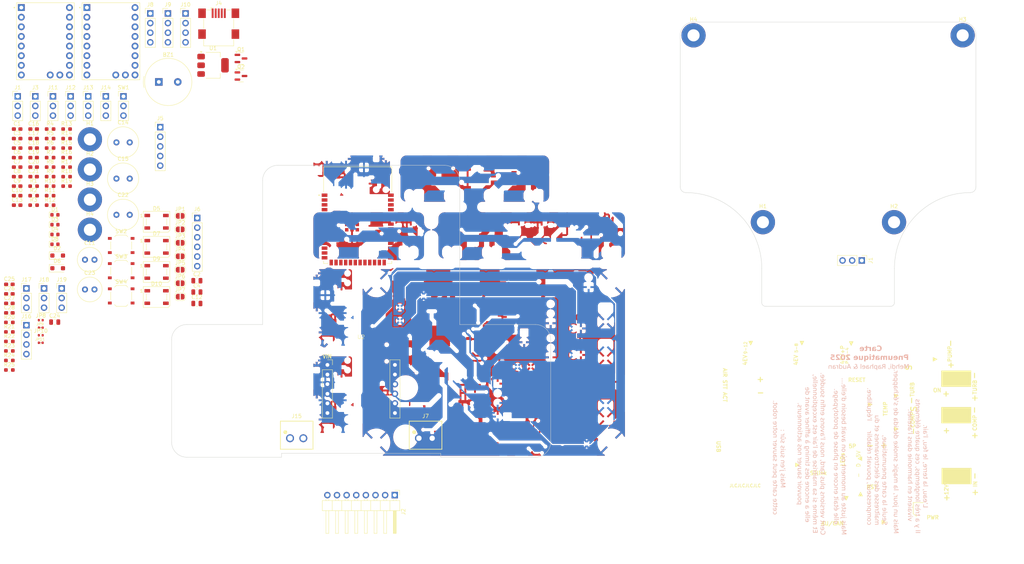
<source format=kicad_pcb>
(kicad_pcb (version 20240108) (generator "pcbnew") (generator_version "8.0")
  (title_block (comment 4 "AISLER Project ID: OVSTNYCK"))
  (layers (0 "F.Cu" signal "Front") (31 "B.Cu" signal "Back") (34 "B.Paste" user) (35 "F.Paste" user) (36 "B.SilkS" user "B.Silkscreen") (37 "F.SilkS" user "F.Silkscreen") (38 "B.Mask" user) (39 "F.Mask" user) (44 "Edge.Cuts" user))
  (property "ADDRESS1" "Electrolab")
  (property "ADDRESS2" "52 rue Paul Lescop")
  (property "ADDRESS3" "92000 Nanterre")
  (property "AUTHOR" "Audran")
  (property "CONFIGURATIONPARAMETERS" "")
  (property "CONFIGURATORNAME" "")
  (property "DOCUMENTNUMBER" "2")
  (property "ISUSERCONFIGURABLE" "")
  (property "PROJECTNAME" "Cartes_2017")
  (property "SHEETTOTAL" "3")
  (property "SPICEMODELCACHE" "")
  (property "VERSIONCONTROL_PROJFOLDERREVNUMBER" "")
  (property "VERSIONCONTROL_REVNUMBER" "")
  (net 0 "")
  (net 1 "GND")
  (net 2 "+5P")
  (net 3 "Net-(BZ1--)")
  (net 4 "+3.3V")
  (net 5 "+5L")
  (net 6 "/TIRETTE")
  (net 7 "Net-(D2-A)")
  (net 8 "/BOOT0")
  (net 9 "/5V_USB")
  (net 10 "/ESP32_EN")
  (net 11 "/COLORSIDE")
  (net 12 "VBATT_12V")
  (net 13 "Net-(D1-K)")
  (net 14 "Net-(D3-K)")
  (net 15 "Net-(D4-A)")
  (net 16 "/WS_2")
  (net 17 "/WS_1")
  (net 18 "/WS_3")
  (net 19 "Net-(D8-A)")
  (net 20 "/WS_4")
  (net 22 "/EN_5L")
  (net 23 "/CaptTOR_1")
  (net 24 "/ALIM_EN_5L")
  (net 25 "/CaptTOR_2")
  (net 26 "/USB_P")
  (net 28 "/USB_N")
  (net 30 "/TXD0")
  (net 31 "/RXD0")
  (net 32 "/SCL")
  (net 33 "/SDA")
  (net 34 "Net-(J9-Pin_2)")
  (net 35 "Net-(J9-Pin_3)")
  (net 36 "Net-(J9-Pin_4)")
  (net 37 "Net-(J9-Pin_1)")
  (net 38 "Net-(J10-Pin_1)")
  (net 39 "Net-(J10-Pin_3)")
  (net 40 "Net-(J10-Pin_2)")
  (net 41 "Net-(J10-Pin_4)")
  (net 42 "/SERVO1")
  (net 43 "/SERVO2")
  (net 44 "/SERVO3")
  (net 45 "/SERVO4")
  (net 46 "Net-(JP2-A)")
  (net 47 "Net-(JP3-A)")
  (net 48 "Net-(JP4-A)")
  (net 49 "Net-(JP5-A)")
  (net 50 "/ID1")
  (net 51 "/ID2")
  (net 52 "Net-(Q1-G)")
  (net 53 "/BUZZER")
  (net 54 "Net-(R2-Pad1)")
  (net 55 "Net-(R6-Pad1)")
  (net 56 "/RGBLED")
  (net 57 "/LED_GREEN")
  (net 58 "/LED_RED")
  (net 65 "/M2_STEP")
  (net 66 "/M1_STEP")
  (net 68 "/M2_DIAG")
  (net 69 "/M2_DIR")
  (net 70 "/M1_DIR")
  (net 71 "/M_EN")
  (net 77 "/M1_DIAG")
  (net 86 "/PWM_LIDAR")
  (net 87 "/uSW1")
  (net 88 "/uSW2")
  (net 89 "/uSW3")
  (net 90 "/TX_LIDAR")
  (net 91 "/M2_DIAG{slash}uSW2")
  (net 92 "/M1_DIAG{slash}uSW1")
  (footprint "Connector_PinHeader_2.54mm:PinHeader_1x06_P2.54mm_Vertical" (layer "F.Cu") (at 66.77 71.9)
    (property "Reference" "J6")
    (property "Value" "Conn_01x06")
  )
  (footprint "MountingHole:MountingHole_3.2mm_M3_Pad" (layer "F.Cu") (at 38.45 75)
    (property "Reference" "H4")
    (property "Value" "MountingHole_Pad")
  )
  (footprint "Capacitor_THT:C_Radial_D8.0mm_H11.5mm_P3.50mm" (layer "F.Cu") (at 45.45 71.05)
    (property "Reference" "C22")
    (property "Value" "220uF")
  )
  (footprint "Jumper:SolderJumper-2_P1.3mm_Open_RoundedPad1.0x1.5mm" (layer "F.Cu") (at 62.27 92.65)
    (property "Reference" "JP7")
    (property "Value" "ID2")
  )
  (footprint "ConnectorsEvo:USB_Mini-B_Wuerth_65100516121_Horizontal" (layer "F.Cu") (at 72.43 20.48)
    (property "Reference" "J4")
    (property "Value" "65100516121")
  )
  (footprint "Capacitor_SMD:C_0603_1608Metric_Pad1.08x0.95mm_HandSolder" (layer "F.Cu") (at 17.2 89.405)
    (property "Reference" "C25")
    (property "Value" "100nF")
  )
  (footprint "Connector_PinHeader_2.54mm:PinHeader_1x05_P2.54mm_Vertical" (layer "F.Cu") (at 57 47.925)
    (property "Reference" "J5")
    (property "Value" "Conn_01x05")
  )
  (footprint "Carte_Mere_PAMI_2025:TMC2226_SHIELD" (layer "F.Cu") (at 26.705 25.27)
    (property "Reference" "U4" (hide yes))
    (property "Value" "TMC2226" (hide yes))
  )
  (footprint "Capacitor_SMD:C_0603_1608Metric_Pad1.08x0.95mm_HandSolder" (layer "F.Cu") (at 23.6 55.96)
    (property "Reference" "C19")
    (property "Value" "100nF")
  )
  (footprint "Resistor_SMD:R_0603_1608Metric_Pad0.98x0.95mm_HandSolder" (layer "F.Cu") (at 32.3 60.98)
    (property "Reference" "R18")
    (property "Value" "1K")
  )
  (footprint "Capacitor_SMD:C_0805_2012Metric" (layer "F.Cu") (at 66.67 88.43)
    (property "Reference" "C2")
    (property "Value" "10uF")
  )
  (footprint "Resistor_SMD:R_0603_1608Metric_Pad0.98x0.95mm_HandSolder" (layer "F.Cu") (at 17.2 111.995)
    (property "Reference" "R25")
    (property "Value" "10K")
  )
  (footprint "LED_SMD:LED_WS2812B_PLCC4_5.0x5.0mm_P3.2mm" (layer "F.Cu") (at 56.035 79.505)
    (property "Reference" "D7")
    (property "Value" "WS2812B")
  )
  (footprint "Resistor_SMD:R_0603_1608Metric_Pad0.98x0.95mm_HandSolder" (layer "F.Cu") (at 17.2 99.445)
    (property "Reference" "R20")
    (property "Value" "10K")
  )
  (footprint "Button_Switch_SMD:SW_Push_1P1T_XKB_TS-1187A" (layer "F.Cu") (at 46.7 92.45)
    (property "Reference" "SW4")
    (property "Value" "SW_Push")
  )
  (footprint "Resistor_SMD:R_0603_1608Metric_Pad0.98x0.95mm_HandSolder" (layer "F.Cu") (at 27.95 68.51)
    (property "Reference" "R12")
    (property "Value" "10K")
  )
  (footprint "Capacitor_SMD:C_0603_1608Metric_Pad1.08x0.95mm_HandSolder" (layer "F.Cu") (at 17.2 96.935)
    (property "Reference" "C28")
    (property "Value" "100nF")
  )
  (footprint "Resistor_SMD:R_0603_1608Metric_Pad0.98x0.95mm_HandSolder" (layer "F.Cu") (at 27.95 63.49)
    (property "Reference" "R10")
    (property "Value" "10K")
  )
  (footprint "Connector_PinHeader_2.54mm:PinHeader_1x03_P2.54mm_Vertical" (layer "F.Cu") (at 31 90.475)
    (property "Reference" "J19")
    (property "Value" "Conn_01x02")
  )
  (footprint "Capacitor_SMD:C_0805_2012Metric" (layer "F.Cu") (at 29.16 99.355)
    (property "Reference" "C24")
    (property "Value" "10uF")
  )
  (footprint "Resistor_SMD:R_0603_1608Metric_Pad0.98x0.95mm_HandSolder" (layer "F.Cu") (at 27.95 60.98)
    (property "Reference" "R9")
    (property "Value" "1K")
  )
  (footprint "Resistor_SMD:R_0603_1608Metric_Pad0.98x0.95mm_HandSolder" (layer "F.Cu") (at 17.2 106.975)
    (property "Reference" "R23")
    (property "Value" "10K")
  )
  (footprint "Resistor_SMD:R_0603_1608Metric_Pad0.98x0.95mm_HandSolder" (layer "F.Cu") (at 23.6 66)
    (property "Reference" "R2")
    (property "Value" "10K")
  )
  (footprint "Connector_PinHeader_2.54mm:PinHeader_1x03_P2.54mm_Vertical" (layer "F.Cu") (at 38 39.8)
    (property "Reference" "J13")
    (property "Value" "Conn_01x03")
  )
  (footprint "Connector_PinHeader_2.54mm:PinHeader_1x03_P2.54mm_Vertical" (layer "F.Cu") (at 28.7 39.8)
    (property "Reference" "J11")
    (property "Value" "Conn_01x03")
  )
  (footprint "Jumper:SolderJumper-2_P1.3mm_Open_RoundedPad1.0x1.5mm" (layer "F.Cu") (at 62.27 89.1)
    (property "Reference" "JP6")
    (property "Value" "ID1")
  )
  (footprint "Carte_Mere_PAMI_2025:TMC2226_SHIELD" (layer "F.Cu") (at 44 25.27)
    (property "Reference" "U5" (hide yes))
    (property "Value" "TMC2226" (hide yes))
  )
  (footprint "Resistor_SMD:R_0603_1608Metric_Pad0.98x0.95mm_HandSolder" (layer "F.Cu") (at 32.3 53.45)
    (property "Reference" "R15")
    (property "Value" "68")
  )
  (footprint "Resistor_SMD:R_0603_1608Metric_Pad0.98x0.95mm_HandSolder" (layer "F.Cu") (at 17.2 101.955)
    (property "Reference" "R21")
    (property "Value" "10K")
  )
  (footprint "Capacitor_SMD:C_0603_1608Metric_Pad1.08x0.95mm_HandSolder" (layer "F.Cu") (at 19.25 55.96)
    (property "Reference" "C6")
    (property "Value" "100nF")
  )
  (footprint "Diode_SMD:D_SOD-123F" (layer "F.Cu") (at 29.945 85.15)
    (property "Reference" "D6")
    (property "Value" "1N4148W")
  )
  (footprint "MountingHole:MountingHole_3.2mm_M3_Pad" (layer "F.Cu") (at 38.45 59.1)
    (property "Reference" "H2")
    (property "Value" "MountingHole_Pad")
  )
  (footprint "Resistor_SMD:R_0603_1608Metric_Pad0.98x0.95mm_HandSolder" (layer "F.Cu") (at 32.3 50.94)
    (property "Reference" "R14")
    (property "Value" "10K")
  )
  (footprint "Capacitor_SMD:C_0805_2012Metric" (layer "F.Cu") (at 66.67 94.45)
    (property "Reference" "C12")
    (property "Value" "10uF")
  )
  (footprint "Package_TO_SOT_SMD:SOT-223-3_TabPin2" (layer "F.Cu") (at 70.93 31.605)
    (property "Reference" "U1")
    (property "Value" "AMS1117-3.3")
  )
  (footprint "Carte_Mere_PAMI_2025:R_0402_1005Metric_jumperClosed" (layer "F.Cu") (at 25.48 100.835)
    (property "Reference" "JP9")
    (property "Value" "SolderJumper_2_Bridged")
  )
  (footprint "Capacitor_SMD:C_0603_1608Metric_Pad1.08x0.95mm_HandSolder" (layer "F.Cu") (at 19.25 53.45)
    (property "Reference" "C5")
    (property "Value" "100nF")
  )
  (footprint "Capacitor_THT:C_Radial_D6.3mm_H11.0mm_P2.50mm" (layer "F.Cu") (at 37.15 82.9)
    (property "Reference" "C11")
    (property "Value" "220uF")
  )
  (footprint "Capacitor_SMD:C_0603_1608Metric_Pad1.08x0.95mm_HandSolder" (layer "F.Cu") (at 23.6 58.47)
    (property "Reference" "C20")
    (property "Value" "100nF")
  )
  (footprint "Resistor_SMD:R_0603_1608Metric_Pad0.98x0.95mm_HandSolder" (layer "F.Cu") (at 23.6 63.49)
    (property "Reference" "R1")
    (property "Value" "1K")
  )
  (footprint "Capacitor_SMD:C_0603_1608Metric_Pad1.08x0.95mm_HandSolder" (layer "F.Cu") (at 19.25 50.94)
    (property "Reference" "C3")
    (property "Value" "100nF")
  )
  (footprint "Jumper:SolderJumper-2_P1.3mm_Open_RoundedPad1.0x1.5mm" (layer "F.Cu") (at 62.27 74.9)
    (property "Reference" "JP2")
    (property "Value" "MS2")
  )
  (footprint "Connector_PinHeader_2.54mm:PinHeader_1x04_P2.54mm_Vertical" (layer "F.Cu") (at 59.03 17.93)
    (property "Reference" "J9")
    (property "Value" "Conn_01x04")
  )
  (footprint "Connector_PinHeader_2.54mm:PinHeader_1x03_P2.54mm_Vertical" (layer "F.Cu") (at 26.35 90.475)
    (property "Reference" "J18")
    (property "Value" "Conn_01x02")
  )
  (footprint "Capacitor_SMD:C_0603_1608Metric_Pad1.08x0.95mm_HandSolder" (layer "F.Cu") (at 19.25 48.43)
    (property "Reference" "C1")
    (property "Value" "100nF")
  )
  (footprint "Resistor_SMD:R_0603_1608Metric_Pad0.98x0.95mm_HandSolder" (layer "F.Cu") (at 27.95 50.94)
    (property "Reference" "R5")
    (property "Value" "10k")
  )
  (footprint "Connector_PinHeader_2.54mm:PinHeader_1x04_P2.54mm_Vertical" (layer "F.Cu") (at 54.38 17.93)
    (property "Reference" "J8")
    (property "Value" "Conn_01x04")
  )
  (footprint "LED_SMD:LED_WS2812B_PLCC4_5.0x5.0mm_P3.2mm" (layer "F.Cu") (at 56.035 92.745)
    (property "Reference" "D10")
    (property "Value" "WS2812B")
  )
  (footprint "Capacitor_SMD:C_0603_1608Metric_Pad1.08x0.95mm_HandSolder" (layer "F.Cu") (at 23.6 48.43)
    (property "Reference" "C16")
    (property "Value" "100nF")
  )
  (footprint "Diode_SMD:D_SOD-123F" (layer "F.Cu") (at 29.945 81.8)
    (property "Reference" "D2")
    (property "Value" "1N4148W")
  )
  (footprint "Connector_PinHeader_2.54mm:PinHeader_1x04_P2.54mm_Vertical" (layer "F.Cu") (at 63.68 17.93)
    (property "Reference" "J10")
    (property "Value" "Conn_01x04")
  )
  (footprint "Capacitor_SMD:C_0603_1608Metric_Pad1.08x0.95mm_HandSolder" (layer "F.Cu") (at 19.25 66)
    (property "Reference" "C10")
    (property "Value" "100nF")
  )
  (footprint "Connector_PinHeader_2.54mm:PinHeader_1x03_P2.54mm_Vertical" (layer "F.Cu") (at 33.35 39.8)
    (property "Reference" "J12")
    (property "Value" "Conn_01x03")
  )
  (footprint "Button_Switch_SMD:SW_Push_1P1T_XKB_TS-1187A" (layer "F.Cu") (at 46.7 85.8)
    (property "Reference" "SW3")
    (property "Value" "SW_Push")
  )
  (footprint "Jumper:SolderJumper-2_P1.3mm_Open_RoundedPad1.0x1.5mm" (layer "F.Cu") (at 62.27 71.35)
    (property "Reference" "JP1")
    (property "Value" "ID1")
  )
  (footprint "Button_Switch_SMD:SW_Push_1P1T_XKB_TS-1187A" (layer "F.Cu") (at 46.7 79.15)
    (property "Reference" "SW2")
    (property "Value" "SW_Push")
  )
  (footprint "Connector_PinHeader_2.54mm:PinHeader_1x03_P2.54mm_Vertical" (layer "F.Cu") (at 42.65 39.8)
    (property "Reference" "J14")
    (property "Value" "Conn_01x03")
  )
  (footprint "MountingHole:MountingHole_3.2mm_M3_Pad" (layer "F.Cu") (at 216 73)
    (property "Reference" "H1")
    (property "Value" "MountingHole_Pad")
  )
  (footprint "Capacitor_THT:C_Radial_D8.0mm_H11.5mm_P3.50mm" (layer "F.Cu") (at 45.45 51.95)
    (property "Reference" "C14")
    (property "Value" "470uF")
  )
  (footprint "Resistor_SMD:R_0603_1608Metric_Pad0.98x0.95mm_HandSolder" (layer "F.Cu") (at 27.95 58.47)
    (property "Reference" "R8")
    (property "Value" "1k")
  )
  (footprint "ComponentsEvo:Adafruit BNO085" (layer "F.Cu") (at 110 117)
    (property "Reference" "U2")
    (property "Value" "Adafruit BNO085")
  )
  (footprint "Resistor_SMD:R_0603_1608Metric_Pad0.98x0.95mm_HandSolder" (layer "F.Cu") (at 27.95 53.45)
    (property "Reference" "R6")
    (property "Value" "10K")
  )
  (footprint "Jumper:SolderJumper-2_P1.3mm_Open_RoundedPad1.0x1.5mm" (layer "F.Cu") (at 62.27 78.45)
    (property "Reference" "JP3")
    (property "Value" "MS1")
  )
  (footprint "Connector_PinHeader_2.54mm:PinHeader_1x03_P2.54mm_Vertical" (layer "F.Cu") (at 21.7 90.475)
    (property "Reference" "J17")
    (property "Value" "Conn_01x02")
  )
  (footprint "LED_SMD:LED_WS2812B_PLCC4_5.0x5.0mm_P3.2mm" (layer "F.Cu") (at 56.035 72.885)
    (property "Reference" "D5")
    (property "Value" "WS2812B")
  )
  (footprint "MountingHole:MountingHole_3.2mm_M3_Pad" (layer "F.Cu") (at 38.45 51.15)
    (property "Reference" "H1")
    (property "Value" "MountingHole_Pad")
  )
  (footprint "Connector_PinHeader_2.54mm:PinHeader_1x08_P2.54mm_Horizontal" (layer "F.Cu") (at 118.875 145 -90)
    (property "Reference" "J2")
    (property "Value" "Conn_01x08")
  )
  (footprint "Resistor_SMD:R_0603_1608Metric_Pad0.98x0.95mm_HandSolder" (layer "F.Cu") (at 32.3 58.47)
    (property "Reference" "R17")
    (property "Value" "1K")
  )
  (footprint "Capacitor_THT:C_Radial_D6.3mm_H11.0mm_P2.50mm" (layer "F.Cu") (at 37.15 90.75)
    (property "Reference" "C23")
    (property "Value" "220uF")
  )
  (footprint "Connector_PinHeader_2.54mm:PinHeader_1x03_P2.54mm_Vertical" (layer "F.Cu") (at 242.09 83.1 -90)
    (property "Reference" "J1")
    (property "Value" "Conn_01x03")
  )
  (footprint "ConnectorsEvo:691321100002" (layer "F.Cu") (at 127 130)
    (property "Reference" "J7")
    (property "Value" "3.5mm WR-TBL")
  )
  (footprint "Jumper:SolderJumper-2_P1.3mm_Open_RoundedPad1.0x1.5mm" (layer "F.Cu") (at 62.27 82)
    (property "Reference" "JP4")
    (property "Value" "MS2")
  )
  (footprint "Package_TO_SOT_SMD:SOT-23" (layer "F.Cu") (at 78.3 29.805)
    (property "Reference" "Q1")
    (property "Value" "G2302")
  )
  (footprint "Connector_PinHeader_2.54mm:PinHeader_1x03_P2.54mm_Vertical" (layer "F.Cu") (at 19.4 39.8)
    (property "Reference" "J1")
    (property "Value" "Conn_01x03")
  )
  (footprint "Carte_Mere_PAMI_2025:R_0402_1005Metric_jumperClosed" (layer "F.Cu") (at 25.48 104.815)
    (property "Reference" "JP11")
    (property "Value" "SolderJumper_2_Bridged")
  )
  (footprint "Connector_PinHeader_2.54mm:PinHeader_1x03_P2.54mm_Vertical" (layer "F.Cu") (at 47.3 39.8)
    (property "Reference" "SW1")
    (property "Value" "SW_DPST_x2")
  )
  (footprint "Capacitor_THT:C_Radial_D8.0mm_H11.5mm_P3.50mm" (layer "F.Cu") (at 45.45 61.5)
    (property "Reference" "C15")
    (property "Value" "470uF")
  )
  (footprint "LED_SMD:LED_0603_1608Metric" (layer "F.Cu") (at 29.22 73.65)
    (property "Reference" "D3")
    (property "Value" "LED")
  )
  (footprint "MountingHole:MountingHole_3.2mm_M3_Pad" (layer "F.Cu") (at 38.45 67.05)
    (property "Reference" "H3")
    (property "Value" "MountingHole_Pad")
  )
  (footprint "Resistor_SMD:R_0603_1608Metric_Pad0.98x0.95mm_HandSolder" (layer "F.Cu") (at 27.95 66)
    (property "Reference" "R11")
    (property "Value" "10K")
  )
  (footprint "Capacitor_SMD:C_0603_1608Metric_Pad1.08x0.95mm_HandSolder" (layer "F.Cu") (at 19.25 58.47)
    (property "Reference" "C7")
    (property "Value" "100nF")
  )
  (footprint "ConnectorsEvo:691321100002" (layer "F.Cu") (at 93 130)
    (property "Reference" "J15")
    (property "Value" "3.5mm WR-TBL")
  )
  (footprint "Resistor_SMD:R_0402_1005Metric" (layer "F.Cu") (at 25.48 102.825)
    (property "Reference" "JP10")
    (property "Value" "SolderJumper_2_Bridged")
  )
  (footprint "Capacitor_SMD:C_0603_1608Metric_Pad1.08x0.95mm_HandSolder" (layer "F.Cu") (at 17.2 91.915)
    (property "Reference" "C26")
    (property "Value" "100nF")
  )
  (footprint "Resistor_SMD:R_0402_1005Metric" (layer "F.Cu") (at 25.48 98.845)
    (property "Reference" "JP8")
    (property "Value" "SolderJumper_2_Bridged")
  )
  (footprint "MountingHole:MountingHole_3.2mm_M3_Pad" (layer "F.Cu") (at 268.7 23.7)
    (property "Reference" "H3")
    (property "Value" "MountingHole_Pad")
  )
  (footprint "Capacitor_SMD:C_0603_1608Metric_Pad1.08x0.95mm_HandSolder" (layer "F.Cu") (at 19.25 60.98)
    (property "Reference" "C8")
    (property "Value" "100nF")
  )
  (footprint "Capacitor_SMD:C_0603_1608Metric_Pad1.08x0.95mm_HandSolder" (layer "F.Cu") (at 23.6 60.98)
    (property "Reference" "C21")
    (property "Value" "100nF")
  )
  (footprint "LED_SMD:LED_WS2812B_PLCC4_5.0x5.0mm_P3.2mm" (layer "F.Cu") (at 56.035 86.125)
    (property "Reference" "D9")
    (property "Value" "WS2812B")
  )
  (footprint "Capacitor_SMD:C_0603_1608Metric_Pad1.08x0.95mm_HandSolder" (layer "F.Cu") (at 19.25 68.51)
    (property "Reference" "C13")
    (property "Value" "100nF")
  )
  (footprint "MountingHole:MountingHole_3.2mm_M3_Pad" (layer "F.Cu") (at 197.7 23.7)
    (property "Reference" "H4")
    (property "Value" "MountingHole_Pad")
  )
  (footprint "Resistor_SMD:R_0603_1608Metric_Pad0.98x0.95mm_HandSolder" (layer "F.Cu") (at 27.95 48.43)
    (property "Reference" "R4")
    (property "Value" "68")
  )
  (footprint "Resistor_SMD:R_0603_1608Metric_Pad0.98x0.95mm_HandSolder" (layer "F.Cu") (at 32.3 48.43)
    (property "Reference" "R13")
    (property "Value" "10K")
  )
  (footprint "Resistor_SMD:R_0603_1608Metric_Pad0.98x0.95mm_HandSolder" (layer "F.Cu") (at 32.3 55.96)
    (property "Reference" "R16")
    (property "Value" "10k")
  )
  (footprint "LED_SMD:LED_0603_1608Metric" (layer "F.Cu") (at 29.22 76.24)
    (property "Reference" "D4")
    (property "Value" "LED")
  )
  (footprint "Capacitor_SMD:C_0603_1608Metric_Pad1.08x0.95mm_HandSolder" (layer "F.Cu") (at 17.2 94.425)
    (property "Reference" "C27")
    (property "Value" "100nF")
  )
  (footprint "Resistor_SMD:R_0603_1608Metric_Pad0.98x0.95mm_HandSolder" (layer "F.Cu") (at 32.3 63.49)
    (property "Reference" "R19")
    (property "Value" "1K")
  )
  (footprint "Jumper:SolderJumper-2_P1.3mm_Open_RoundedPad1.0x1.5mm" (layer "F.Cu") (at 62.27 85.55)
    (property "Reference" "JP5")
    (property "Value" "MS1")
  )
  (footprint "Resistor_SMD:R_0603_1608Metric_Pad0.98x0.95mm_HandSolder" (layer "F.Cu") (at 17.2 109.485)
    (property "Reference" "R24")
    (property "Value" "10K")
  )
  (footprint "Carte_Mere_PAMI_2025:ESP32-S3-WROOM-1-N16R8" (layer "F.Cu") (at 109.1 71.14)
    (property "Reference" "U3" (hide yes))
    (property "Value" "ESP32-S3-WROOM-1-N16R8" (hide yes))
  )
  (footprint "Capacitor_SMD:C_0805_2012Metric" (layer "F.Cu") (at 66.67 91.44)
    (property "Reference" "C4")
    (property "Value" "10uF")
  )
  (footprint "LED_SMD:LED_0603_1608Metric" (layer "F.Cu") (at 29.22 78.83)
    (property "Reference" "D8")
    (property "Value" "LED")
  )
  (footprint "Resistor_SMD:R_0603_1608Metric_Pad0.98x0.95mm_HandSolder" (layer "F.Cu") (at 27.95 55.96)
    (property "Reference" "R7")
    (property "Value" "10K")
  )
  (footprint "Resistor_SMD:R_0603_1608Metric_Pad0.98x0.95mm_HandSolder" (layer "F.Cu") (at 23.6 68.51)
    (property "Reference" "R3")
    (property "Value" "10K")
  )
  (footprint "Connector_PinHeader_2.54mm:PinHeader_1x03_P2.54mm_Vertical" (layer "F.Cu") (at 24.05 39.8)
    (property "Reference" "J3")
    (property "Value" "Conn_01x02")
  )
  (footprint "Capacitor_SMD:C_0603_1608Metric_Pad1.08x0.95mm_HandSolder" (layer "F.Cu") (at 23.6 53.45)
    (property "Reference" "C18")
    (property "Value" "100nF")
  )
  (footprint "LED_SMD:LED_0603_1608Metric" (layer "F.Cu") (at 29.22 71.06)
    (property "Reference" "D1")
    (property "Value" "LED")
  )
  (footprint "Connector_PinHeader_2.54mm:PinHeader_1x04_P2.54mm_Vertical" (layer "F.Cu") (at 21.7 100.175)
    (property "Reference" "J16")
    (property "Value" "Conn_01x04")
  )
  (footprint "MountingHole:MountingHole_3.2mm_M3_Pad" (layer "F.Cu") (at 250.6 73)
    (property "Reference" "H2")
    (property "Value" "MountingHole_Pad")
  )
  (footprint "Package_TO_SOT_SMD:SOT-23" (layer "F.Cu") (at 78.3 34.43)
    (property "Reference" "Q2")
    (property "Value" "G2302")
  )
  (footprint "Capacitor_SMD:C_0603_1608Metric_Pad1.08x0.95mm_HandSolder" (layer "F.Cu") (at 19.25 63.49)
    (property "Reference" "C9")
    (property "Value" "100nF")
  )
  (footprint "Capacitor_SMD:C_0603_1608Metric_Pad1.08x0.95mm_HandSolder" (layer "F.Cu") (at 23.6 50.94)
    (property "Reference" "C17")
    (property "Value" "100nF")
  )
  (footprint "Buzzer_Beeper:Buzzer_TDK_PS1240P02BT_D12.2mm_H6.5mm" (layer "F.Cu") (at 56.629216 36)
    (property "Reference" "BZ1")
    (property "Value" "Buzzer")
  )
  (footprint "Resistor_SMD:R_0603_1608Metric_Pad0.98x0.95mm_HandSolder" (layer "F.Cu") (at 17.2 104.465)
    (property "Reference" "R22")
    (property "Value" "10K")
  )
  (gr_line (start 255.65 149.8752) (end 256.525 150.6252) (stroke (width 0.15)) (layer "F.SilkS"))
  (gr_poly (pts (xy 224.605 136.525) (xy 224.605 137.525) (xy 225.605 137.025)) (stroke (width 0.15)) (fill solid) (layer "F.SilkS"))
  (gr_poly (pts (xy 250.7 118.2752) (xy 250.7 119.2752) (xy 251.7 118.7752)) (stroke (width 0.15)) (fill solid) (layer "F.SilkS"))
  (gr_poly (pts (xy 243.7872 120.6) (xy 243.7872 121.6) (xy 244.7872 121.1)) (stroke (width 0.15)) (fill solid) (layer "F.SilkS"))
  (gr_rect (start 263.2 137.8752) (end 271 142.0752) (stroke (width 0.1)) (fill solid) (layer "F.SilkS"))
  (gr_poly (pts (xy 213.2822 104.39) (xy 212.2822 104.39) (xy 212.7822 105.39)) (stroke (width 0.15)) (fill solid) (layer "F.SilkS"))
  (gr_rect (start 263.1 112.1752) (end 270.9 116.3752) (stroke (width 0.1)) (fill solid) (layer "F.SilkS"))
  (gr_poly (pts (xy 226.7822 104.39) (xy 225.7822 104.39) (xy 226.2822 105.39)) (stroke (width 0.15)) (fill solid) (layer "F.SilkS"))
  (gr_poly (pts (xy 250.7 127.0752) (xy 250.7 128.0752) (xy 251.7 127.5752)) (stroke (width 0.15)) (fill solid) (layer "F.SilkS"))
  (gr_rect (start 263.1 121.8) (end 270.9 126) (stroke (width 0.1)) (fill solid) (layer "F.SilkS"))
  (gr_poly (pts (xy 239.7922 104.5) (xy 238.7922 104.5) (xy 239.2922 105.5)) (stroke (width 0.15)) (fill solid) (layer "F.SilkS"))
  (gr_poly (pts (xy 241.25 145.2252) (xy 242.25 145.2252) (xy 241.75 144.2252)) (stroke (width 0.15)) (fill solid) (layer "F.SilkS"))
  (gr_poly (pts (xy 247.4 151.6502) (xy 247.4 152.6502) (xy 248.4 152.1502)) (stroke (width 0.15)) (fill solid) (layer "F.SilkS"))
  (gr_line (start 255.65 146.9752) (end 258.35 146.9752) (stroke (width 0.15)) (layer "F.SilkS"))
  (gr_line (start 255.65 146.9752) (end 255.65 149.8752) (stroke (width 0.15)) (layer "F.SilkS"))
  (gr_poly (pts (xy 238.5 145.3252) (xy 237.5 145.3252) (xy 238 146.3252)) (stroke (width 0.15)) (fill solid) (layer "F.SilkS"))
  (gr_poly (pts (xy 242.1 135.8752) (xy 242.1 134.8752) (xy 241.1 135.3752)) (stroke (width 0.15)) (fill solid) (layer "F.SilkS"))
  (gr_poly (pts (xy 260.9 108.6752) (xy 260.9 109.6752) (xy 261.9 109.1752)) (stroke (width 0.15)) (fill solid) (layer "F.SilkS"))
  (gr_arc (start 64.007344 134.999985) (mid 61.176324 133.828862) (end 60 131) (stroke (width 0.1)) (layer "Edge.Cuts"))
  (gr_arc (start 272.2 63.7) (mid 271.76066 64.76066) (end 270.7 65.2) (stroke (width 0.1)) (layer "Edge.Cuts"))
  (gr_arc (start 131.992656 58.000015) (mid 134.823676 59.171138) (end 136 62) (stroke (width 0.1)) (layer "Edge.Cuts"))
  (gr_line (start 64 100) (end 84 100) (stroke (width 0.1)) (layer "Edge.Cuts"))
  (gr_arc (start 250.7 94.2) (mid 250.407107 94.907107) (end 249.7 95.2) (stroke (width 0.1)) (layer "Edge.Cuts"))
  (gr_arc (start 194.2 23.7) (mid 195.225126 21.225126) (end 197.7 20.2) (stroke (width 0.1)) (layer "Edge.Cuts"))
  (gr_line (start 60 131) (end 60.000015 104.007344) (stroke (width 0.1)) (layer "Edge.Cuts"))
  (gr_line (start 89 135) (end 89 134) (stroke (width 0.1)) (layer "Edge.Cuts"))
  (gr_line (start 272.2 23.7) (end 272.2 63.7) (stroke (width 0.1)) (layer "Edge.Cuts"))
  (gr_line (start 159.999985 130.992656) (end 160 104) (stroke (width 0.1)) (layer "Edge.Cuts"))
  (gr_arc (start 195.7 65.2) (mid 209.842136 71.057864) (end 215.7 85.2) (stroke (width 0.1)) (layer "Edge.Cuts"))
  (gr_line (start 155.992656 100.000015) (end 136 100) (stroke (width 0.1)) (layer "Edge.Cuts"))
  (gr_line (start 270.7 65.2) (end 270.7 65.2) (stroke (width 0.1)) (layer "Edge.Cuts"))
  (gr_line (start 194.2 23.7) (end 194.2 63.7) (stroke (width 0.1)) (layer "Edge.Cuts"))
  (gr_arc (start 155.992656 100.000015) (mid 158.823676 101.171138) (end 160 104) (stroke (width 0.1)) (layer "Edge.Cuts"))
  (gr_arc (start 84.000015 62.007344) (mid 85.171138 59.176324) (end 88 58) (stroke (width 0.1)) (layer "Edge.Cuts"))
  (gr_line (start 131.992656 58.000015) (end 88 58) (stroke (width 0.1)) (layer "Edge.Cuts"))
  (gr_line (start 250.7 85.2) (end 250.7 94.2) (stroke (width 0.1)) (layer "Edge.Cuts"))
  (gr_line (start 215.7 94.2) (end 215.7 85.2) (stroke (width 0.1)) (layer "Edge.Cuts"))
  (gr_line (start 89 135) (end 64.007344 134.999985) (stroke (width 0.1)) (layer "Edge.Cuts"))
  (gr_arc (start 60.000015 104.007344) (mid 61.171138 101.176324) (end 64 100) (stroke (width 0.1)) (layer "Edge.Cuts"))
  (gr_arc (start 195.7 65.2) (mid 194.63934 64.76066) (end 194.2 63.7) (stroke (width 0.1)) (layer "Edge.Cuts"))
  (gr_arc (start 216.7 95.2) (mid 215.992893 94.907107) (end 215.7 94.2) (stroke (width 0.1)) (layer "Edge.Cuts"))
  (gr_arc (start 250.7 85.2) (mid 256.557864 71.057864) (end 270.7 65.2) (stroke (width 0.1)) (layer "Edge.Cuts"))
  (gr_line (start 131 135) (end 156 135) (stroke (width 0.1)) (layer "Edge.Cuts"))
  (gr_arc (start 268.7 20.2) (mid 271.174874 21.225126) (end 272.2 23.7) (stroke (width 0.1)) (layer "Edge.Cuts"))
  (gr_line (start 268.7 20.2) (end 197.7 20.2) (stroke (width 0.1)) (layer "Edge.Cuts"))
  (gr_line (start 84.000015 62.007344) (end 84 100) (stroke (width 0.1)) (layer "Edge.Cuts"))
  (gr_line (start 131 135) (end 131 134) (stroke (width 0.1)) (layer "Edge.Cuts"))
  (gr_line (start 195.7 65.2) (end 195.7 65.2) (stroke (width 0.1)) (layer "Edge.Cuts"))
  (gr_line (start 131 134) (end 89 134) (stroke (width 0.1)) (layer "Edge.Cuts"))
  (gr_line (start 136 62) (end 136 100) (stroke (width 0.1)) (layer "Edge.Cuts"))
  (gr_line (start 249.7 95.2) (end 216.7 95.2) (stroke (width 0.1)) (layer "Edge.Cuts"))
  (gr_arc (start 159.999985 130.992656) (mid 158.828862 133.823676) (end 156 135) (stroke (width 0.1)) (layer "Edge.Cuts"))
  (gr_text "Cent versions plus tard, nous l'avons enfin soudée.\nEt même si sa maitrise de l'air est exceptionnelle,\nelle a encore des timing à affiner avant de \npouvoir sauver nos actionneurs.\n\n" (at 227.7 134.0752 270) (layer "B.SilkS") (effects (font (size 1.2 1.2)) (justify mirror)))
  (gr_text "Carte \nPneumatique 2025" (at 244.1 107.5752 0) (layer "B.SilkS") (effects (font (size 1.4 1.4) (thickness 0.25) (bold yes)) (justify mirror)))
  (gr_text "Mais un jour, la magic smoke décida de s'échapper.\n" (at 251.05 133.4752 -90) (layer "B.SilkS") (effects (font (size 1.2 1.2)) (justify mirror)))
  (gr_text "Mehdi, Raphael & Audran" (at 243.9 111.1752 0) (layer "B.SilkS") (effects (font (size 1.2 1.2)) (justify mirror)))
  (gr_text "\nMais juste au moment où on avait besoin d'elle…\nelle était encore en phase de prototypage." (at 237.3 134.7752 -90) (layer "B.SilkS") (effects (font (size 1.2 1.2)) (justify mirror)))
  (gr_text "Mais j'en suis sûr : \ncette carte peut sauver notre robot.\n" (at 220.2 135.0752 270) (layer "B.SilkS") (effects (font (size 1.2 1.2)) (justify mirror)))
  (gr_text "L'eau, la terre, le feu, l'air.\nIl y a très longtemps, ces quatre éléments\n vivaient en harmonie dans l'atelier." (at 256.8 137.3752 -90) (layer "B.SilkS") (effects (font (size 1.2 1.2)) (justify mirror)))
  (gr_text "Seule la carte pneumatique, \nmaîtresse des électrovannes et du \ncompresseur, pouvait rétablir     l'équilibre." (at 246.05 152.9252 270) (layer "B.SilkS") (effects (font (size 1.2 1.2)) (justify left mirror)))
  (gr_text "PUMP" (at 265.9 109.9752 90) (layer "F.SilkS") (effects (font (size 1 1) (thickness 0.2) (bold yes)) (justify left bottom)))
  (gr_text "-" (at 256.5 129.2752 90) (layer "F.SilkS") (effects (font (size 1.5 1.5) (thickness 0.3) (bold yes)) (justify left bottom)))
  (gr_text "COMP" (at 256.1 127.3752 90) (layer "F.SilkS") (effects (font (size 1 1) (thickness 0.2) (bold yes)) (justify left bottom)))
  (gr_text "-" (at 272.6 123.6752 90) (layer "F.SilkS") (effects (font (size 1.5 1.5) (thickness 0.3) (bold yes)) (justify left bottom)))
  (gr_text "-" (at 216.5 117.2752 180) (layer "F.SilkS") (effects (font (size 1.5 1.5) (thickness 0.3) (bold yes)) (justify left bottom)))
  (gr_text "ON" (at 260.8 117.9252 0) (layer "F.SilkS") (effects (font (size 1 1) (thickness 0.2) (bold yes)) (justify left bottom)))
  (gr_text "TURB" (at 272.5 118.5752 90) (layer "F.SilkS") (effects (font (size 1 1) (thickness 0.2) (bold yes)) (justify left bottom)))
  (gr_text "USB" (at 203.7 130.5752 -90) (layer "F.SilkS") (effects (font (size 1 1) (thickness 0.2) (bold yes)) (justify left bottom)))
  (gr_text "-" (at 272.6 114.5752 90) (layer "F.SilkS") (effects (font (size 1.5 1.5) (thickness 0.3) (bold yes)) (justify left bottom)))
  (gr_text "+" (at 270.9 145.0752 0) (layer "F.SilkS") (effects (font (size 1.5 1.5) (thickness 0.3) (bold yes)) (justify left bottom)))
  (gr_text "LEDs" (at 237.6 137.4752 90) (layer "F.SilkS") (effects (font (size 1 1) (thickness 0.2) (bold yes)) (justify left bottom)))
  (gr_text "5-8" (at 225.3 107.5752 90) (layer "F.SilkS") (effects (font (size 0.8 0.8)) (justify left bottom)))
  (gr_text "RST" (at 243.225 143.4502 0) (layer "F.SilkS") (effects (font (size 1 1) (thickness 0.2) (bold yes)) (justify left bottom)))
  (gr_text "-" (at 245.4 131.1752 180) (layer "F.SilkS") (effects (font (size 1.5 1.5) (thickness 0.3) (bold yes)) (justify left bottom)))
  (gr_text "-" (at 272.7 141.0752 90) (layer "F.SilkS") (effects (font (size 1.5 1.5) (thickness 0.3) (bold yes)) (justify left bottom)))
  (gr_text "+" (at 263.4 146.4752 0) (layer "F.SilkS") (effects (font (size 1.5 1.5) (thickness 0.3) (bold yes)) (justify left bottom)))
  (gr_text "-" (at 256 121.1752 90) (layer "F.SilkS") (effects (font (size 1.5 1.5) (thickness 0.3) (bold yes)) (justify left bottom)))
  (gr_text "+" (at 246.8 132.6752 0) (layer "F.SilkS") (effects (font (size 1.5 1.5) (thickness 0.3) (bold yes)) (justify left bottom)))
  (gr_text "-  D  5V" (at 241.8 140.4752 90) (layer "F.SilkS") (effects (font (size 1 1)) (justify left bottom)))
  (gr_text "TEMP" (at 248.9 124.2752 90) (layer "F.SilkS") (effects (font (size 1 1) (thickness 0.2) (bold yes)) (justify left bottom)))
  (gr_text "+" (at 214.2 115.2752 0) (layer "F.SilkS") (effects (font (size 1.5 1.5) (thickness 0.3) (bold yes)) (justify left bottom)))
  (gr_text "STlink" (at 228.3 139.7752 0) (layer "F.SilkS") (effects (font (size 1 1) (thickness 0.2) (bold yes)) (justify left bottom)))
  (gr_text "IN" (at 272.6 142.9752 90) (layer "F.SilkS") (effects (font (size 1 1) (thickness 0.2) (bold yes)) (justify left bottom)))
  (gr_text "-" (at 266.3 106.0752 90) (layer "F.SilkS") (effects (font (size 1.5 1.5) (thickness 0.3) (bold yes)) (justify left bottom)))
  (gr_text "AU/CAN" (at 231.3 153.0752 0) (layer "F.SilkS") (effects (font (size 1 1) (thickness 0.2) (bold yes)) (justify left bottom)))
  (gr_text "S" (at 256.7 123.1752 90) (layer "F.SilkS") (effects (font (size 1.5 1.5) (thickness 0.3) (bold yes)) (justify left bottom)))
  (gr_text "P-1-4" (at 238.7 110.4752 90) (layer "F.SilkS") (effects (font (size 0.8 0.8)) (justify left bottom)))
  (gr_text "12V" (at 265 145.0752 90) (layer "F.SilkS") (effects (font (size 1 1) (thickness 0.2) (bold yes)) (justify left bottom)))
  (gr_text "5P" (at 238.5 132.6752 0) (layer "F.SilkS") (effects (font (size 1 1) (thickness 0.2) (bold yes)) (justify left bottom)))
  (gr_text "9-12" (at 211.9 107.8752 90) (layer "F.SilkS") (effects (font (size 0.8 0.8)) (justify left bottom)))
  (gr_text "4EV" (at 225.3 110.8752 90) (layer "F.SilkS") (effects (font (size 1 1) (thickness 0.2) (bold yes)) (justify left bottom)))
  (gr_text "+" (at 263.3 128.7752 0) (layer "F.SilkS") (effects (font (size 1.5 1.5) (thickness 0.3) (bold yes)) (justify left bottom)))
  (gr_text "+" (at 270.8 130.0752 0) (layer "F.SilkS") (effects (font (size 1.5 1.5) (thickness 0.3) (bold yes)) (justify left bottom)))
  (gr_text "4EV" (at 211.9 110.8752 90) (layer "F.SilkS") (effects (font (size 1 1) (thickness 0.2) (bold yes)) (justify left bottom)))
  (gr_text "AIR STT ACT" (at 205.4 111.3752 270) (layer "F.SilkS") (effects (font (size 1 1) (thickness 0.2) (bold yes)) (justify left bottom)))
  (gr_text "+" (at 263.2 119.0752 0) (layer "F.SilkS") (effects (font (size 1.5 1.5) (thickness 0.3) (bold yes)) (justify left bottom)))
  (gr_text "TURB" (at 256 119.1752 90) (layer "F.SilkS") (effects (font (size 1 1) (thickness 0.2) (bold yes)) (justify left bottom)))
  (gr_text "COMP" (at 272.5 128.1752 90) (layer "F.SilkS") (effects (font (size 1 1) (thickness 0.2) (bold yes)) (justify left bottom)))
  (gr_text "+" (at 270.8 120.1752 0) (layer "F.SilkS") (effects (font (size 1.5 1.5) (thickness 0.3) (bold yes)) (justify left bottom)))
  (gr_text "+" (at 264.5 111.4752 0) (layer "F.SilkS") (effects (font (size 1.5 1.5) (thickness 0.3) (bold yes)) (justify left bottom)))
  (gr_text "4EV+P" (at 237.6 110.5952 90) (layer "F.SilkS") (effects (font (size 1 1) (thickness 0.2) (bold yes)) (justify left bottom)))
  (gr_text "S" (at 255.4 112.2752 90) (layer "F.SilkS") (effects (font (size 1.5 1.5) (thickness 0.3) (bold yes)) (justify left bottom)))
  (gr_text "JLCJLCJLCJLC" (at 207.1 142.9752 0) (layer "F.SilkS") (effects (font (size 0.8 0.8) (thickness 0.15) (bold yes)) (justify left bottom)))
  (gr_text "PWR" (at 259.1 151.4752 0) (layer "F.SilkS") (effects (font (size 1 1) (thickness 0.2) (bold yes)) (justify left bottom)))
  (gr_text "RESET" (at 238.375 115.2002 0) (layer "F.SilkS") (effects (font (size 1 1) (thickness 0.2) (bold yes)) (justify left bottom)))
  (zone (net 0) (net_name "") (layer "F.Cu") (priority 2) (connect_pads (clearance 0.3)) (min_thickness 0.25) (fill yes (thermal_gap 0.5) (thermal_bridge_width 0.5))
    (polygon (pts (xy 153.5 110) (xy 167 110) (xy 167 99) (xy 166 98) (xy 166.1 96.5) (xy 174 96.5) (xy 177 99.5) (xy 177 113) (xy 169 121) (xy 158.5 121) (xy 158.5 116.5) (xy 155 112.5) (xy 153.5 112.5)))
  )
  (zone (net 0) (net_name "") (layer "F.Cu") (priority 4) (connect_pads (clearance 0.3)) (min_thickness 0.25) (fill yes (thermal_gap 0.5) (thermal_bridge_width 0.5))
    (polygon (pts (xy 177 113) (xy 179.5 113) (xy 179.5 122.5) (xy 172.5 129.5) (xy 172.5 134.25) (xy 170.5 134.25) (xy 170.5 128.75) (xy 169.25 127.5) (xy 166 127.5) (xy 160.75 122.25) (xy 156 122.25) (xy 156 119.75) (xy 170.25 119.75)))
  )
  (zone (net 0) (net_name "") (layer "F.Cu") (priority 3) (connect_pads (clearance 0.3)) (min_thickness 0.25) (fill yes (thermal_gap 0.5) (thermal_bridge_width 0.5))
    (polygon (pts (xy 156 119) (xy 156 115.5) (xy 154 113.5) (xy 152.8 113.5) (xy 151.3 111.5) (xy 147 111.5) (xy 144.25 114.25) (xy 144.25 116) (xy 147.5 119)))
  )
  (zone (net 1) (net_name "GND") (layers "F.Cu" "B.Cu") (priority 6) (connect_pads (clearance 0.3)) (min_thickness 0.25) (fill yes (thermal_gap 0.5) (thermal_bridge_width 0.5))
    (polygon (pts (xy 108 129) (xy 97 129) (xy 97 108) (xy 108 108)))
  )
  (zone (net 1) (net_name "GND") (layers "F.Cu" "B.Cu") (priority 6) (connect_pads (clearance 0.3)) (min_thickness 0.25) (fill yes (thermal_gap 0.5) (thermal_bridge_width 0.5))
    (polygon (pts (xy 108 106) (xy 97 106) (xy 97 85) (xy 108 85)))
  )
  (zone (net 1) (net_name "GND") (layers "F.Cu" "B.Cu") (priority 1) (connect_pads (clearance 0.3)) (min_thickness 0.25) (fill yes (thermal_gap 0.5) (thermal_bridge_width 0.5))
    (polygon (pts (xy 110 135) (xy 180 135) (xy 180 85) (xy 110 85)))
  )
  (zone (net 0) (net_name "") (layers "F.Cu" "B.Cu") (priority 5) (connect_pads (clearance 0.3)) (min_thickness 0.25) (fill yes (thermal_gap 0.5) (thermal_bridge_width 0.5))
    (polygon (pts (xy 120 55) (xy 160 55) (xy 160 70) (xy 180 70) (xy 180 83) (xy 97 83) (xy 97 70) (xy 120 70)))
  )
  (zone (net 1) (net_name "GND") (layers "F.Cu" "B.Cu") (priority 6) (connect_pads (clearance 0.3)) (min_thickness 0.25) (fill yes (thermal_gap 0.5) (thermal_bridge_width 0.5))
    (polygon (pts (xy 97 66) (xy 97 55) (xy 118 55) (xy 118 66)))
  )
  (zone (net 0) (net_name "") (layer "B.Cu") (priority 2) (connect_pads (clearance 0.3)) (min_thickness 0.25) (fill yes (thermal_gap 0.5) (thermal_bridge_width 0.5))
    (polygon (pts (xy 144.5 111.5) (xy 146.5 109.5) (xy 161 109.5) (xy 162 108.5) (xy 162 93.5) (xy 161 92.5) (xy 125.5 92.5) (xy 124.5 93.5) (xy 124.5 97) (xy 121 100.5) (xy 118.5 100.5) (xy 118.5 97.5) (xy 120.5 97.5) (xy 121.5 96.5) (xy 121.5 90) (xy 123 88.5) (xy 164.5 88.5) (xy 167 91) (xy 167 103.5) (xy 176 103.5) (xy 177 104.5) (xy 177 125) (xy 170.5 131.5) (xy 160.5 131.5) (xy 154 125) (xy 148 125) (xy 144.5 121.5)))
  )
  (zone (net 0) (net_name "") (layer "B.Cu") (priority 3) (connect_pads (clearance 0.3)) (min_thickness 0.25) (fill yes (thermal_gap 0.5) (thermal_bridge_width 0.5))
    (polygon (pts (xy 177 102.5) (xy 177 94.5) (xy 172 89.5) (xy 172 87.5) (xy 170.5 86) (xy 119.5 86) (xy 118.5 87) (xy 118.5 97.5) (xy 120.5 97.5) (xy 121.5 96.5) (xy 121.5 90) (xy 123 88.5) (xy 164.5 88.5) (xy 167 91) (xy 167 103.5) (xy 176 103.5)))
  )
)
</source>
